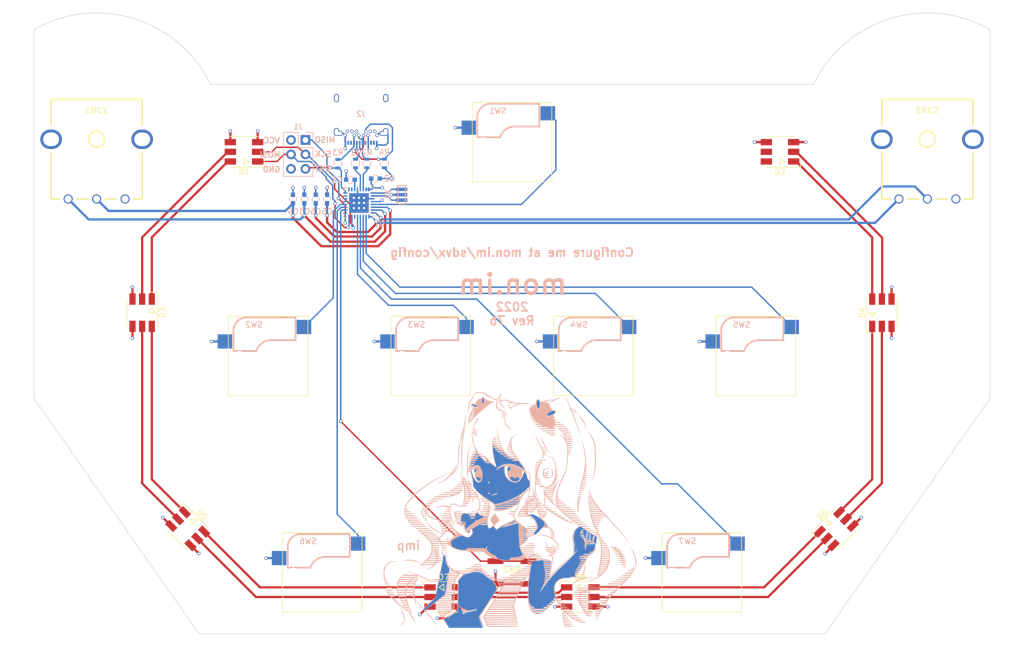
<source format=kicad_pcb>
(kicad_pcb (version 20211014) (generator pcbnew)
  (title_block (title "Pocket Voltex") (rev "7") (company "mon.im"))
  (layers (0 "F.Cu" signal) (1 "In1.Cu" power) (2 "In2.Cu" power) (31 "B.Cu" signal) (34 "B.Paste" user) (35 "F.Paste" user) (36 "B.SilkS" user "B.Silkscreen") (37 "F.SilkS" user "F.Silkscreen") (38 "B.Mask" user) (39 "F.Mask" user) (44 "Edge.Cuts" user))
  (net 0 "")
  (net 1 "Net-(C1-Pad2)")
  (net 2 "GND")
  (net 3 "VCC")
  (net 4 "/ENC1A")
  (net 5 "/ENC1B")
  (net 6 "/ENC2A")
  (net 7 "/ENC2B")
  (net 8 "/MOSI")
  (net 9 "/SCLK")
  (net 10 "Net-(D1-Pad5)")
  (net 11 "Net-(D1-Pad6)")
  (net 12 "Net-(D2-Pad1)")
  (net 13 "Net-(D2-Pad2)")
  (net 16 "Net-(D3-Pad5)")
  (net 17 "Net-(D3-Pad6)")
  (net 18 "Net-(D4-Pad1)")
  (net 19 "Net-(D4-Pad2)")
  (net 20 "Net-(D5-Pad5)")
  (net 21 "Net-(D5-Pad6)")
  (net 22 "Net-(D6-Pad1)")
  (net 23 "Net-(D6-Pad2)")
  (net 24 "Net-(D7-Pad5)")
  (net 25 "Net-(D7-Pad6)")
  (net 26 "/RESET")
  (net 27 "/MISO")
  (net 28 "Net-(J2-PadA5)")
  (net 29 "/D+")
  (net 30 "/D-")
  (net 33 "Net-(R1-Pad2)")
  (net 34 "Net-(R2-Pad1)")
  (net 35 "/SW_START")
  (net 36 "/SW_A")
  (net 37 "/SW_B")
  (net 38 "/SW_C")
  (net 39 "/SW_D")
  (net 40 "/SW_FXL")
  (net 41 "/SW_FXR")
  (net 42 "/SW_MACRO")
  (net 43 "Net-(U1-Pad1)")
  (net 44 "Net-(U1-Pad2)")
  (footprint "Pocket Voltex:Encoder_Bourns_PEC16" (layer "F.Cu") (at 82.2 65.5)
    (fp_text reference "ENC1")
    (fp_text value "VOL_L")
  )
  (footprint "Pocket Voltex:Encoder_Bourns_PEC16" (layer "F.Cu") (at 228.2 65.5)
    (fp_text reference "ENC2")
    (fp_text value "VOL_R")
  )
  (footprint "Pocket Voltex:SW_Cherry_MX1A_1.00u_PCB_Socket" (layer "F.Cu") (at 155.2 66 180)
    (fp_text reference "SW1")
    (fp_text value "MX socket")
  )
  (footprint "Pocket Voltex:SW_Cherry_MX1A_1.25u_PCB_Socket" (layer "F.Cu") (at 112.3375 103.592 180)
    (fp_text reference "SW2")
    (fp_text value "MX socket")
  )
  (footprint "Pocket Voltex:SW_Cherry_MX1A_1.25u_PCB_Socket" (layer "F.Cu") (at 140.9125 103.592 180)
    (fp_text reference "SW3")
    (fp_text value "MX socket")
  )
  (footprint "Pocket Voltex:SW_Cherry_MX1A_1.25u_PCB_Socket" (layer "F.Cu") (at 169.4875 103.592 180)
    (fp_text reference "SW4")
    (fp_text value "MX socket")
  )
  (footprint "Pocket Voltex:SW_Cherry_MX1A_1.25u_PCB_Socket" (layer "F.Cu") (at 198.0625 103.592 180)
    (fp_text reference "SW5")
    (fp_text value "MX socket")
  )
  (footprint "Pocket Voltex:SW_Cherry_MX1A_2.25u_PCB_Socket" (layer "F.Cu") (at 121.8625 141.692 180)
    (fp_text reference "SW6")
    (fp_text value "MX socket")
  )
  (footprint "Pocket Voltex:SW_Cherry_MX1A_2.25u_PCB_Socket" (layer "F.Cu") (at 188.5375 141.692 180)
    (fp_text reference "SW7")
    (fp_text value "MX socket")
  )
  (footprint "Mounting_Holes:MountingHole_3.2mm_M3" (layer "F.Cu") (at 102.468 148.792)
    (fp_text reference "")
    (fp_text value "MountingHole_3.2mm_M3")
  )
  (footprint "Mounting_Holes:MountingHole_3.2mm_M3" (layer "F.Cu") (at 207.932 148.792)
    (fp_text reference "")
    (fp_text value "MountingHole_3.2mm_M3")
  )
  (footprint "Mounting_Holes:MountingHole_3.2mm_M3" (layer "F.Cu") (at 74.7 81.5)
    (fp_text reference "")
    (fp_text value "MountingHole_3.2mm_M3")
  )
  (footprint "Mounting_Holes:MountingHole_3.2mm_M3" (layer "F.Cu") (at 74.7 49.5)
    (fp_text reference "")
    (fp_text value "MountingHole_3.2mm_M3")
  )
  (footprint "Mounting_Holes:MountingHole_3.2mm_M3" (layer "F.Cu") (at 117.8 59.35)
    (fp_text reference "")
    (fp_text value "MountingHole_3.2mm_M3")
  )
  (footprint "Mounting_Holes:MountingHole_3.2mm_M3" (layer "F.Cu") (at 235.7 81.5)
    (fp_text reference "")
    (fp_text value "MountingHole_3.2mm_M3")
  )
  (footprint "Mounting_Holes:MountingHole_3.2mm_M3" (layer "F.Cu") (at 235.7 49.5)
    (fp_text reference "")
    (fp_text value "MountingHole_3.2mm_M3")
  )
  (footprint "Mounting_Holes:MountingHole_3.2mm_M3" (layer "F.Cu") (at 192.6 59.35)
    (fp_text reference "")
    (fp_text value "MountingHole_3.2mm_M3")
  )
  (footprint "Pocket Voltex:VIA_0.4mm" (layer "F.Cu") (at 127.4 76.7)
    (fp_text reference "REF**" hide)
    (fp_text value "VIA_0.4mm" hide)
  )
  (footprint "Pocket Voltex:VIA_0.4mm" (layer "F.Cu") (at 128.3 76.7)
    (fp_text reference "REF**" hide)
    (fp_text value "VIA_0.4mm" hide)
  )
  (footprint "Pocket Voltex:VIA_0.4mm" (layer "F.Cu") (at 129.2 76.7)
    (fp_text reference "REF**" hide)
    (fp_text value "VIA_0.4mm" hide)
  )
  (footprint "Pocket Voltex:VIA_0.4mm" (layer "F.Cu") (at 129.2 75.8)
    (fp_text reference "REF**" hide)
    (fp_text value "VIA_0.4mm" hide)
  )
  (footprint "Pocket Voltex:VIA_0.4mm" (layer "F.Cu") (at 128.3 75.8)
    (fp_text reference "REF**" hide)
    (fp_text value "VIA_0.4mm" hide)
  )
  (footprint "Pocket Voltex:VIA_0.4mm" (layer "F.Cu") (at 127.4 75.8)
    (fp_text reference "REF**" hide)
    (fp_text value "VIA_0.4mm" hide)
  )
  (footprint "Pocket Voltex:VIA_0.4mm" (layer "F.Cu") (at 127.4 77.6)
    (fp_text reference "REF**" hide)
    (fp_text value "VIA_0.4mm" hide)
  )
  (footprint "Pocket Voltex:VIA_0.4mm" (layer "F.Cu") (at 128.3 77.6)
    (fp_text reference "REF**" hide)
    (fp_text value "VIA_0.4mm" hide)
  )
  (footprint "Pocket Voltex:VIA_0.4mm" (layer "F.Cu") (at 129.2 77.6)
    (fp_text reference "REF**" hide)
    (fp_text value "VIA_0.4mm" hide)
  )
  (footprint "Pocket Voltex:SW_SPST_KSC-J" (layer "F.Cu") (at 155.2 141.692 180)
    (fp_text reference "SW8")
    (fp_text value "SW_Push")
  )
  (footprint "Pocket Voltex:LED_SK9822" (layer "F.Cu") (at 108.1 67.7 180)
    (fp_text reference "D1")
    (fp_text value "SK9822")
  )
  (footprint "Pocket Voltex:LED_SK9822" (layer "F.Cu") (at 202.3 67.7 180)
    (fp_text reference "D2")
    (fp_text value "SK9822")
  )
  (footprint "Pocket Voltex:LED_SK9822" (layer "F.Cu") (at 90.2 96 -90)
    (fp_text reference "D3")
    (fp_text value "SK9822")
  )
  (footprint "Pocket Voltex:LED_SK9822" (layer "F.Cu") (at 220.2 96 90)
    (fp_text reference "D4")
    (fp_text value "SK9822")
  )
  (footprint "Pocket Voltex:LED_SK9822" (layer "F.Cu") (at 98.2 134 -45)
    (fp_text reference "D5")
    (fp_text value "SK9822")
  )
  (footprint "Pocket Voltex:LED_SK9822" (layer "F.Cu") (at 212.2 134 45)
    (fp_text reference "D6")
    (fp_text value "SK9822")
  )
  (footprint "Pocket Voltex:LED_SK9822" (layer "F.Cu") (at 143.2 146)
    (fp_text reference "D7")
    (fp_text value "SK9822")
  )
  (footprint "Pocket Voltex:LED_SK9822" (layer "F.Cu") (at 167.2 146)
    (fp_text reference "D8")
    (fp_text value "SK9822")
  )
  (footprint "Capacitors_SMD:C_0603" (layer "B.Cu") (at 126.8 72.6)
    (fp_text reference "C1")
    (fp_text value "1uF")
  )
  (footprint "Capacitors_SMD:C_0603" (layer "B.Cu") (at 131.2 72.4)
    (fp_text reference "C2")
    (fp_text value "10uF")
  )
  (footprint "Capacitors_SMD:C_0603" (layer "B.Cu") (at 118.7 76 90)
    (fp_text reference "C3")
    (fp_text value "10nF")
  )
  (footprint "Capacitors_SMD:C_0603" (layer "B.Cu") (at 116.7 76 -90)
    (fp_text reference "C4")
    (fp_text value "10nF")
  )
  (footprint "Capacitors_SMD:C_0603" (layer "B.Cu") (at 122.7 76 90)
    (fp_text reference "C5")
    (fp_text value "10nF")
  )
  (footprint "Capacitors_SMD:C_0603" (layer "B.Cu") (at 120.7 76 -90)
    (fp_text reference "C6")
    (fp_text value "10nF")
  )
  (footprint "Pocket Voltex:USB_C_Receptacle_UJ31-CH-31-SMT-TR" (layer "B.Cu") (at 128.68 66.11)
    (fp_text reference "J2")
    (fp_text value "USB_C_Receptacle")
  )
  (footprint "Resistors_SMD:R_0603" (layer "B.Cu") (at 127.7 69.75 -90)
    (fp_text reference "R1")
    (fp_text value "22R")
  )
  (footprint "Resistors_SMD:R_0603" (layer "B.Cu") (at 129.7 69.75 90)
    (fp_text reference "R2")
    (fp_text value "22R")
  )
  (footprint "Resistors_SMD:R_0603" (layer "B.Cu") (at 124.6 69.8 -90)
    (fp_text reference "R3")
    (fp_text value "10k")
  )
  (footprint "Housings_DFN_QFN:QFN-32-1EP_5x5mm_Pitch0.5mm" (layer "B.Cu") (at 128.3 76.7 180)
    (fp_text reference "U1")
    (fp_text value "ATMEGA16U2-AU")
  )
  (footprint "Pocket Voltex:murata-resonator_SMD_CSTCE16M0V53-R0" (layer "B.Cu") (at 135.8 75.25 -90)
    (fp_text reference "X1")
    (fp_text value "16MHz" hide)
  )
  (footprint "Pin_Headers:Pin_Header_Straight_2x03_Pitch2.54mm" (layer "B.Cu") (at 118.9 65.62 180)
    (fp_text reference "J1")
    (fp_text value "Programming header")
  )
  (footprint "Pocket Voltex:Rasis" (layer "B.Cu") (at 154.8 130.6 180)
    (fp_text reference "G***" hide)
    (fp_text value "LOGO" hide)
  )
  (footprint "Resistors_SMD:R_0603" (layer "B.Cu") (at 132.7658 69.7484 90)
    (fp_text reference "R4")
    (fp_text value "5.1k")
  )
  (gr_line (start 218.6989 45.4116) (end 217.7246 45.9019) (layer "Edge.Cuts") (width 0.1))
  (gr_line (start 222.8005 43.944) (end 221.7493 44.2349) (layer "Edge.Cuts") (width 0.1))
  (gr_line (start 95.4376 47.6511) (end 94.5459 47.0231) (layer "Edge.Cuts") (width 0.1))
  (gr_line (start 101.7981 55.0246) (end 101.2605 54.0756) (layer "Edge.Cuts") (width 0.1))
  (gr_line (start 233.5995 43.944) (end 232.5353 43.705) (layer "Edge.Cuts") (width 0.1))
  (gr_line (start 91.7011 45.4116) (end 90.704 44.9696) (layer "Edge.Cuts") (width 0.1))
  (gr_line (start 210.3511 52.2624) (end 209.7231 53.1541) (layer "Edge.Cuts") (width 0.1))
  (gr_line (start 71.2 46.1991) (end 71.2 111.0637) (layer "Edge.Cuts") (width 0.1))
  (gr_line (start 85.4607 43.5185) (end 84.3781 43.385) (layer "Edge.Cuts") (width 0.1))
  (gr_line (start 211.7346 50.5766) (end 211.0222 51.4025) (layer "Edge.Cuts") (width 0.1))
  (gr_line (start 229.2904 43.3048) (end 228.2 43.278) (layer "Edge.Cuts") (width 0.1))
  (gr_line (start 80.0219 43.385) (end 78.9394 43.5185) (layer "Edge.Cuts") (width 0.1))
  (gr_line (start 234.6507 44.2349) (end 233.5995 43.944) (layer "Edge.Cuts") (width 0.1))
  (gr_line (start 219.696 44.9696) (end 218.6989 45.4116) (layer "Edge.Cuts") (width 0.1))
  (gr_line (start 92.6754 45.9019) (end 91.7011 45.4116) (layer "Edge.Cuts") (width 0.1))
  (gr_line (start 214.1025 48.3222) (end 213.2766 49.0346) (layer "Edge.Cuts") (width 0.1))
  (gr_line (start 88.6507 44.2349) (end 87.5995 43.944) (layer "Edge.Cuts") (width 0.1))
  (gr_line (start 231.4606 43.5185) (end 230.3781 43.385) (layer "Edge.Cuts") (width 0.1))
  (gr_line (start 71.7246 45.9019) (end 71.2 46.1991) (layer "Edge.Cuts") (width 0.1))
  (gr_line (start 209.1395 54.0756) (end 208.6019 55.0246) (layer "Edge.Cuts") (width 0.1))
  (gr_line (start 216.7756 46.4396) (end 215.8541 47.0231) (layer "Edge.Cuts") (width 0.1))
  (gr_line (start 98.6654 50.5766) (end 97.9133 49.7867) (layer "Edge.Cuts") (width 0.1))
  (gr_line (start 97.1234 49.0346) (end 96.2975 48.3222) (layer "Edge.Cuts") (width 0.1))
  (gr_line (start 215.8541 47.0231) (end 214.9624 47.6511) (layer "Edge.Cuts") (width 0.1))
  (gr_line (start 84.3781 43.385) (end 83.2904 43.3048) (layer "Edge.Cuts") (width 0.1))
  (gr_line (start 210.2 152.48) (end 239.2 111.0637) (layer "Edge.Cuts") (width 0.1))
  (gr_line (start 89.6864 44.577) (end 88.6507 44.2349) (layer "Edge.Cuts") (width 0.1))
  (gr_line (start 232.5353 43.705) (end 231.4606 43.5185) (layer "Edge.Cuts") (width 0.1))
  (gr_line (start 213.2766 49.0346) (end 212.4867 49.7867) (layer "Edge.Cuts") (width 0.1))
  (gr_line (start 211.0222 51.4025) (end 210.3511 52.2624) (layer "Edge.Cuts") (width 0.1))
  (gr_line (start 71.2 111.0637) (end 100.2 152.48) (layer "Edge.Cuts") (width 0.1))
  (gr_line (start 74.7136 44.577) (end 73.696 44.9696) (layer "Edge.Cuts") (width 0.1))
  (gr_line (start 223.8647 43.705) (end 222.8005 43.944) (layer "Edge.Cuts") (width 0.1))
  (gr_line (start 90.704 44.9696) (end 89.6864 44.577) (layer "Edge.Cuts") (width 0.1))
  (gr_line (start 97.9133 49.7867) (end 97.1234 49.0346) (layer "Edge.Cuts") (width 0.1))
  (gr_line (start 86.5353 43.705) (end 85.4607 43.5185) (layer "Edge.Cuts") (width 0.1))
  (gr_line (start 235.6864 44.577) (end 234.6507 44.2349) (layer "Edge.Cuts") (width 0.1))
  (gr_line (start 100.6769 53.1541) (end 100.0489 52.2624) (layer "Edge.Cuts") (width 0.1))
  (gr_line (start 217.7246 45.9019) (end 216.7756 46.4396) (layer "Edge.Cuts") (width 0.1))
  (gr_line (start 87.5995 43.944) (end 86.5353 43.705) (layer "Edge.Cuts") (width 0.1))
  (gr_line (start 227.1096 43.3048) (end 226.0219 43.385) (layer "Edge.Cuts") (width 0.1))
  (gr_line (start 94.5459 47.0231) (end 93.6244 46.4396) (layer "Edge.Cuts") (width 0.1))
  (gr_line (start 82.2 43.278) (end 81.1096 43.3048) (layer "Edge.Cuts") (width 0.1))
  (gr_line (start 99.3778 51.4025) (end 98.6654 50.5766) (layer "Edge.Cuts") (width 0.1))
  (gr_line (start 214.9624 47.6511) (end 214.1025 48.3222) (layer "Edge.Cuts") (width 0.1))
  (gr_line (start 78.9394 43.5185) (end 77.8647 43.705) (layer "Edge.Cuts") (width 0.1))
  (gr_line (start 77.8647 43.705) (end 76.8005 43.944) (layer "Edge.Cuts") (width 0.1))
  (gr_line (start 96.2975 48.3222) (end 95.4376 47.6511) (layer "Edge.Cuts") (width 0.1))
  (gr_line (start 75.7493 44.2349) (end 74.7136 44.577) (layer "Edge.Cuts") (width 0.1))
  (gr_line (start 228.2 43.278) (end 227.1096 43.3048) (layer "Edge.Cuts") (width 0.1))
  (gr_line (start 102.2085 55.84) (end 101.7981 55.0246) (layer "Edge.Cuts") (width 0.1))
  (gr_line (start 101.2605 54.0756) (end 100.6769 53.1541) (layer "Edge.Cuts") (width 0.1))
  (gr_line (start 239.2 111.0637) (end 239.2 46.1991) (layer "Edge.Cuts") (width 0.1))
  (gr_line (start 220.7136 44.577) (end 219.696 44.9696) (layer "Edge.Cuts") (width 0.1))
  (gr_line (start 208.6019 55.0246) (end 208.1915 55.84) (layer "Edge.Cuts") (width 0.1))
  (gr_line (start 237.7011 45.4116) (end 236.704 44.9696) (layer "Edge.Cuts") (width 0.1))
  (gr_line (start 224.9393 43.5185) (end 223.8647 43.705) (layer "Edge.Cuts") (width 0.1))
  (gr_line (start 238.6754 45.9019) (end 237.7011 45.4116) (layer "Edge.Cuts") (width 0.1))
  (gr_line (start 73.696 44.9696) (end 72.6989 45.4116) (layer "Edge.Cuts") (width 0.1))
  (gr_line (start 81.1096 43.3048) (end 80.0219 43.385) (layer "Edge.Cuts") (width 0.1))
  (gr_line (start 209.7231 53.1541) (end 209.1395 54.0756) (layer "Edge.Cuts") (width 0.1))
  (gr_line (start 76.8005 43.944) (end 75.7493 44.2349) (layer "Edge.Cuts") (width 0.1))
  (gr_line (start 100.0489 52.2624) (end 99.3778 51.4025) (layer "Edge.Cuts") (width 0.1))
  (gr_line (start 72.6989 45.4116) (end 71.7246 45.9019) (layer "Edge.Cuts") (width 0.1))
  (gr_line (start 236.704 44.9696) (end 235.6864 44.577) (layer "Edge.Cuts") (width 0.1))
  (gr_line (start 221.7493 44.2349) (end 220.7136 44.577) (layer "Edge.Cuts") (width 0.1))
  (gr_line (start 208.1915 55.84) (end 102.2085 55.84) (layer "Edge.Cuts") (width 0.1))
  (gr_line (start 239.2 46.1991) (end 238.6754 45.9019) (layer "Edge.Cuts") (width 0.1))
  (gr_line (start 100.2 152.48) (end 210.2 152.48) (layer "Edge.Cuts") (width 0.1))
  (gr_line (start 230.3781 43.385) (end 229.2904 43.3048) (layer "Edge.Cuts") (width 0.1))
  (gr_line (start 212.4867 49.7867) (end 211.7346 50.5766) (layer "Edge.Cuts") (width 0.1))
  (gr_line (start 83.2904 43.3048) (end 82.2 43.278) (layer "Edge.Cuts") (width 0.1))
  (gr_line (start 226.0219 43.385) (end 224.9393 43.5185) (layer "Edge.Cuts") (width 0.1))
  (gr_line (start 93.6244 46.4396) (end 92.6754 45.9019) (layer "Edge.Cuts") (width 0.1))
  (gr_text "VCC" (at 114.5 65.7) (layer "B.SilkS") (effects (font (size 1 1) (thickness 0.2)) (justify left mirror)))
  (gr_text "Configure me at mon.im/sdvx/config" (at 155.2 85.4) (layer "B.SilkS") (effects (font (size 1.5 1.5) (thickness 0.3)) (justify mirror)))
  (gr_text "RST" (at 120.4 70.7) (layer "B.SilkS") (effects (font (size 1 1) (thickness 0.2)) (justify right mirror)))
  (gr_text "2022\nRev 7b" (at 155.2 96.2) (layer "B.SilkS") (effects (font (size 1.5 1.5) (thickness 0.3)) (justify mirror)))
  (gr_text "mon.im" (at 155.3 91) (layer "B.SilkS") (effects (font (size 3.5 3.5) (thickness 0.6)) (justify mirror)))
  (gr_text "GND" (at 114.6 70.8) (layer "B.SilkS") (effects (font (size 1 1) (thickness 0.2)) (justify left mirror)))
  (gr_text "MOSI" (at 114.6 68.2) (layer "B.SilkS") (effects (font (size 1 1) (thickness 0.2)) (justify left mirror)))
  (gr_text "SCK" (at 120.4 68.1) (layer "B.SilkS") (effects (font (size 1 1) (thickness 0.2)) (justify right mirror)))
  (gr_text "MISO" (at 120.4 65.6) (layer "B.SilkS") (effects (font (size 1 1) (thickness 0.2)) (justify right mirror)))
  (segment (start 127.55 72.6) (end 127.55 74.3) (width 0.25) (layer "B.Cu") (net 1))
  (segment (start 88.5 93.6) (end 88.5 91.5) (width 0.4) (layer "F.Cu") (net 2))
  (segment (start 204.7 66) (end 206.8 66) (width 0.4) (layer "F.Cu") (net 2))
  (segment (start 125.88 64.8) (end 125.88 67.1) (width 0.25) (layer "F.Cu") (net 2))
  (segment (start 132.76 64.45) (end 133.01 64.2) (width 0.25) (layer "F.Cu") (net 2))
  (segment (start 95.300862 133.500862) (end 93.825 132.025) (width 0.4) (layer "F.Cu") (net 2))
  (segment (start 152.3 143.692) (end 152.3 141.5) (width 0.4) (layer "F.Cu") (net 2))
  (segment (start 124.6 64.45) (end 124.35 64.2) (width 0.25) (layer "F.Cu") (net 2))
  (segment (start 211.705025 136.899138) (end 211.700862 136.899138) (width 0.25) (layer "F.Cu") (net 2))
  (segment (start 95.300862 133.505025) (end 95.300862 133.500862) (width 0.25) (layer "F.Cu") (net 2))
  (segment (start 110.5 66) (end 110.5 64.125) (width 0.4) (layer "F.Cu") (net 2))
  (segment (start 158.1 143.692) (end 152.3 143.692) (width 0.4) (layer "F.Cu") (net 2))
  (segment (start 132.685 64.45) (end 132.76 64.45) (width 0.25) (layer "F.Cu") (net 2))
  (segment (start 211.700862 136.899138) (end 210.225 138.375) (width 0.4) (layer "F.Cu") (net 2))
  (segment (start 164.8 147.7) (end 162.725 147.7) (width 0.4) (layer "F.Cu") (net 2))
  (segment (start 140.4 147.7) (end 139.025 149.075) (width 0.4) (layer "F.Cu") (net 2))
  (segment (start 124.675 64.45) (end 124.6 64.45) (width 0.25) (layer "F.Cu") (net 2))
  (segment (start 140.8 147.7) (end 140.4 147.7) (width 0.4) (layer "F.Cu") (net 2))
  (segment (start 221.9 98.4) (end 221.9 100.475) (width 0.4) (layer "F.Cu") (net 2))
  (via (at 93.825 132.025) (size 0.6) (drill 0.4) (layers "F.Cu" "B.Cu") (net 2))
  (via (at 188.15 101.05) (size 0.6) (drill 0.4) (layers "F.Cu" "B.Cu") (net 2))
  (via (at 178.65 139.15) (size 0.6) (drill 0.4) (layers "F.Cu" "B.Cu") (net 2))
  (via (at 88.5 91.5) (size 0.6) (drill 0.4) (layers "F.Cu" "B.Cu") (net 2))
  (via (at 131.4 67.1) (size 0.6) (drill 0.4) (layers "F.Cu" "B.Cu") (net 2))
  (via (at 116.7 74) (size 0.6) (drill 0.4) (layers "F.Cu" "B.Cu") (net 2))
  (via (at 210.225 138.375) (size 0.6) (drill 0.4) (layers "F.Cu" "B.Cu") (net 2))
  (via (at 122.7 74) (size 0.6) (drill 0.4) (layers "F.Cu" "B.Cu") (net 2))
  (via (at 111.975 139.15) (size 0.6) (drill 0.4) (layers "F.Cu" "B.Cu") (net 2))
  (via (at 118.7 74) (size 0.6) (drill 0.4) (layers "F.Cu" "B.Cu") (net 2))
  (via (at 134 75.25) (size 0.6) (drill 0.4) (layers "F.Cu" "B.Cu") (net 2))
  (via (at 139.025 149.075) (size 0.6) (drill 0.4) (layers "F.Cu" "B.Cu") (net 2))
  (via (at 145.275 63.46) (size 0.6) (drill 0.4) (layers "F.Cu" "B.Cu") (net 2))
  (via (at 131 101.05) (size 0.6) (drill 0.4) (layers "F.Cu" "B.Cu") (net 2))
  (via (at 152.3 141.5) (size 0.6) (drill 0.4) (layers "F.Cu" "B.Cu") (net 2))
  (via (at 221.9 100.475) (size 0.6) (drill 0.4) (layers "F.Cu" "B.Cu") (net 2))
  (via (at 134 72.4) (size 0.6) (drill 0.4) (layers "F.Cu" "B.Cu") (net 2))
  (via (at 110.5 64.075) (size 0.6) (drill 0.4) (layers "F.Cu" "B.Cu") (net 2))
  (via (at 162.725 147.7) (size 0.6) (drill 0.4) (layers "F.Cu" "B.Cu") (net 2))
  (via (at 206.8 66) (size 0.6) (drill 0.4) (layers "F.Cu" "B.Cu") (net 2))
  (via (at 125.88 67.1) (size 0.6) (drill 0.4) (layers "F.Cu" "B.Cu") (net 2))
  (via (at 102.4 101.05) (size 0.6) (drill 0.4) (layers "F.Cu" "B.Cu") (net 2))
  (via (at 159.575 101.05) (size 0.6) (drill 0.4) (layers "F.Cu" "B.Cu") (net 2))
  (via (at 120.7 74) (size 0.6) (drill 0.4) (layers "F.Cu" "B.Cu") (net 2))
  (via (at 126.05 71.1) (size 0.6) (drill 0.4) (layers "F.Cu" "B.Cu") (net 2))
  (segment (start 120.7 75.25) (end 120.7 74) (width 0.25) (layer "B.Cu") (net 2))
  (segment (start 116.7 75.25) (end 116.7 74) (width 0.25) (layer "B.Cu") (net 2))
  (segment (start 159.575 101.05) (end 159.452 101.052) (width 0.25) (layer "B.Cu") (net 2))
  (segment (start 112.052 139.152) (end 114.2625 139.152) (width 0.4) (layer "B.Cu") (net 2))
  (segment (start 133.4 64.59) (end 133.01 64.2) (width 0.25) (layer "B.Cu") (net 2))
  (segment (start 131.48 64.8) (end 131.83 64.45) (width 0.25) (layer "B.Cu") (net 2))
  (segment (start 131.95 72.4) (end 134 72.4) (width 0.25) (layer "B.Cu") (net 2))
  (segment (start 159.575 101.05) (end 161.8875 101.052) (width 0.4) (layer "B.Cu") (net 2))
  (segment (start 125.93 66.11) (end 125.93 67.05) (width 0.25) (layer "B.Cu") (net 2))
  (segment (start 134 71.8076) (end 132.7658 70.5734) (width 0.25) (layer "B.Cu") (net 2))
  (segment (start 128.05 75.225) (end 127.4375 75.8375) (width 0.25) (layer "B.Cu") (net 2))
  (segment (start 178.65 139.15) (end 178.802 139.152) (width 0.25) (layer "B.Cu") (net 2))
  (segment (start 133.4 66.1) (end 133.4 64.59) (width 0.25) (layer "B.Cu") (net 2))
  (segment (start 134 72.4) (end 134 71.8076) (width 0.25) (layer "B.Cu") (net 2))
  (segment (start 127.4 76.7) (end 127.4 77.6) (width 0.25) (layer "B.Cu") (net 2))
  (segment (start 188.227 101.052) (end 190.4625 101.052) (width 0.4) (layer "B.Cu") (net 2))
  (segment (start 128.05 74.3) (end 128.05 75.55) (width 0.25) (layer "B.Cu") (net 2))
  (segment (start 133 66.5) (end 133.4 66.1) (width 0.25) (layer "B.Cu") (net 2))
  (segment (start 122.7 75.25) (end 122.7 74) (width 0.25) (layer "B.Cu") (net 2))
  (segment (start 131.43 67.07) (end 131.4 67.1) (width 0.25) (layer "B.Cu") (net 2))
  (segment (start 128.05 74.3) (end 128.05 75.225) (width 0.25) (layer "B.Cu") (net 2))
  (segment (start 131.83 64.45) (end 132.685 64.45) (width 0.25) (layer "B.Cu") (net 2))
  (segment (start 188.15 101.05) (end 188.227 101.052) (width 0.25) (layer "B.Cu") (net 2))
  (segment (start 111.975 139.15) (end 112.052 139.152) (width 0.25) (layer "B.Cu") (net 2))
  (segment (start 131.43 66.11) (end 131.43 67.07) (width 0.25) (layer "B.Cu") (net 2))
  (segment (start 102.4 101.052) (end 104.7375 101.052) (width 0.4) (layer "B.Cu") (net 2))
  (segment (start 125.93 64.85) (end 125.88 64.8) (width 0.25) (layer "B.Cu") (net 2))
  (segment (start 125.93 67.05) (end 125.88 67.1) (width 0.25) (layer "B.Cu") (net 2))
  (segment (start 126.05 71.1) (end 126.05 72.6) (width 0.25) (layer "B.Cu") (net 2))
  (segment (start 131 101.05) (end 133.3125 101.052) (width 0.4) (layer "B.Cu") (net 2))
  (segment (start 118.7 75.25) (end 118.7 74) (width 0.25) (layer "B.Cu") (net 2))
  (segment (start 129.35 75.95) (end 129.2 75.8) (width 0.25) (layer "B.Cu") (net 2))
  (segment (start 135.8 75.25) (end 134 75.25) (width 0.4) (layer "B.Cu") (net 2))
  (segment (start 125.93 66.11) (end 125.93 64.85) (width 0.25) (layer "B.Cu") (net 2))
  (segment (start 129.275 75.95) (end 129.1625 75.8375) (width 0.25) (layer "B.Cu") (net 2))
  (segment (start 178.802 139.152) (end 180.9375 139.152) (width 0.4) (layer "B.Cu") (net 2))
  (segment (start 131.43 66.11) (end 131.43 66.3) (width 0.25) (layer "B.Cu") (net 2))
  (segment (start 102.4 101.05) (end 102.4 101.052) (width 0.25) (layer "B.Cu") (net 2))
  (segment (start 147.6 63.46) (end 145.275 63.46) (width 0.4) (layer "B.Cu") (net 2))
  (segment (start 131.63 66.5) (end 133 66.5) (width 0.25) (layer "B.Cu") (net 2))
  (segment (start 125.88 64.8) (end 125.53 64.45) (width 0.25) (layer "B.Cu") (net 2))
  (segment (start 128.05 75.55) (end 128.3 75.8) (width 0.25) (layer "B.Cu") (net 2))
  (segment (start 131.43 66.3) (end 131.63 66.5) (width 0.25) (layer "B.Cu") (net 2))
  (segment (start 130.7 75.95) (end 129.35 75.95) (width 0.25) (layer "B.Cu") (net 2))
  (segment (start 125.53 64.45) (end 124.675 64.45) (width 0.25) (layer "B.Cu") (net 2))
  (segment (start 130.7 75.95) (end 129.275 75.95) (width 0.25) (layer "B.Cu") (net 2))
  (segment (start 98.699138 136.899138) (end 98.694975 136.899138) (width 0.4) (layer "F.Cu") (net 3))
  (segment (start 145.6 148.65) (end 145.6 147.7) (width 0.4) (layer "F.Cu") (net 3))
  (segment (start 199.9 66) (end 197.825 66) (width 0.4) (layer "F.Cu") (net 3))
  (segment (start 169.6 147.7) (end 172 147.7) (width 0.4) (layer "F.Cu") (net 3))
  (segment (start 105.7 66) (end 105.7 64.075) (width 0.4) (layer "F.Cu") (net 3))
  (segment (start 142.05 149.75) (end 144.5 149.75) (width 0.4) (layer "F.Cu") (net 3))
  (segment (start 221.9 93.6) (end 221.9 91.525) (width 0.4) (layer "F.Cu") (net 3))
  (segment (start 215.099138 133.500862) (end 215.099138 133.505025) (width 0.4) (layer "F.Cu") (net 3))
  (segment (start 216.575 132.025) (end 215.099138 133.500862) (width 0.4) (layer "F.Cu") (net 3))
  (segment (start 144.5 149.75) (end 145.6 148.65) (width 0.4) (layer "F.Cu") (net 3))
  (segment (start 100.15 138.35) (end 98.699138 136.899138) (width 0.4) (layer "F.Cu") (net 3))
  (segment (start 88.5 98.4) (end 88.5 100.475) (width 0.4) (layer "F.Cu") (net 3))
  (via (at 142.05 149.75) (size 0.6) (drill 0.4) (layers "F.Cu" "B.Cu") (net 3))
  (via (at 197.825 66) (size 0.6) (drill 0.4) (layers "F.Cu" "B.Cu") (net 3))
  (via (at 100.15 138.35) (size 0.6) (drill 0.4) (layers "F.Cu" "B.Cu") (net 3))
  (via (at 216.575 132.025) (size 0.6) (drill 0.4) (layers "F.Cu" "B.Cu") (net 3))
  (via (at 105.7 64.075) (size 0.6) (drill 0.4) (layers "F.Cu" "B.Cu") (net 3))
  (via (at 88.5 100.475) (size 0.6) (drill 0.4) (layers "F.Cu" "B.Cu") (net 3))
  (via (at 132.4 74) (size 0.6) (drill 0.4) (layers "F.Cu" "B.Cu") (net 3))
  (via (at 172 147.7) (size 0.6) (drill 0.4) (layers "F.Cu" "B.Cu") (net 3))
  (via (at 132.4 76.2) (size 0.6) (drill 0.4) (layers "F.Cu" "B.Cu") (net 3))
  (via (at 221.9 91.525) (size 0.6) (drill 0.4) (layers "F.Cu" "B.Cu") (net 3))
  (segment (start 130.05 74.3) (end 130.5256 74.3) (width 0.25) (layer "B.Cu") (net 3))
  (segment (start 129.93 66.11) (end 129.93 64.85) (width 0.25) (layer "B.Cu") (net 3))
  (segment (start 129.55 74.3) (end 130.05 74.3) (width 0.25) (layer "B.Cu") (net 3))
  (segment (start 130.45 73.3508) (end 130.7338 73.6346) (width 0.25) (layer "B.Cu") (net 3))
  (segment (start 127.43 66.8038) (end 127.43 66.11) (width 0.25) (layer "B.Cu") (net 3))
  (segment (start 130.45 72.4) (end 130.45 73.3508) (width 0.25) (layer "B.Cu") (net 3))
  (segment (start 125.1838 69.05) (end 127.43 66.8038) (width 0.25) (layer "B.Cu") (net 3))
  (segment (start 130.7846 74.041) (end 132.359 74.041) (width 0.25) (layer "B.Cu") (net 3))
  (segment (start 130.7338 73.9902) (end 130.7846 74.041) (width 0.25) (layer "B.Cu") (net 3))
  (segment (start 130.7 76.45) (end 132.15 76.45) (width 0.25) (layer "B.Cu") (net 3))
  (segment (start 127.43 64.85) (end 127.48 64.8) (width 0.25) (layer "B.Cu") (net 3))
  (segment (start 132.359 74.041) (end 132.4 74) (width 0.25) (layer "B.Cu") (net 3))
  (segment (start 129.93 64.85) (end 129.88 64.8) (width 0.25) (layer "B.Cu") (net 3))
  (segment (start 132.15 76.45) (end 132.4 76.2) (width 0.25) (layer "B.Cu") (net 3))
  (segment (start 129.93 66.11) (end 129.93 67.47) (width 0.25) (layer "B.Cu") (net 3))
  (segment (start 127.43 66.11) (end 127.43 64.85) (width 0.25) (layer "B.Cu") (net 3))
  (segment (start 124.6 69.05) (end 125.1838 69.05) (width 0.25) (layer "B.Cu") (net 3))
  (segment (start 130.5256 74.3) (end 130.7846 74.041) (width 0.25) (layer "B.Cu") (net 3))
  (segment (start 130.7338 73.6346) (end 130.7338 73.9902) (width 0.25) (layer "B.Cu") (net 3))
  (segment (start 131.1 83.5) (end 132.9 81.7) (width 0.4) (layer "F.Cu") (net 4))
  (segment (start 118.7 78.9) (end 123.3 83.5) (width 0.4) (layer "F.Cu") (net 4))
  (segment (start 132.9 81.7) (end 132.9 78.6) (width 0.4) (layer "F.Cu") (net 4))
  (segment (start 123.3 83.5) (end 131.1 83.5) (width 0.4) (layer "F.Cu") (net 4))
  (via (at 132.9 78.6) (size 0.6) (drill 0.4) (layers "F.Cu" "B.Cu") (net 4))
  (via (at 118.7 78.9) (size 0.6) (drill 0.4) (layers "F.Cu" "B.Cu") (net 4))
  (segment (start 132.25 77.95) (end 132.9 78.6) (width 0.25) (layer "B.Cu") (net 4))
  (segment (start 117.999999 79.600001) (end 118.400001 79.199999) (width 0.4) (layer "B.Cu") (net 4))
  (segment (start 118.400001 79.199999) (end 118.7 78.9) (width 0.4) (layer "B.Cu") (net 4))
  (segment (start 118.7 76.75) (end 118.7 76.775) (width 0.4) (layer "B.Cu") (net 4))
  (segment (start 80.800001 79.600001) (end 117.999999 79.600001) (width 0.4) (layer "B.Cu") (net 4))
  (segment (start 130.7 77.95) (end 132.25 77.95) (width 0.25) (layer "B.Cu") (net 4))
  (segment (start 118.7 76.75) (end 118.7 78.9) (width 0.4) (layer "B.Cu") (net 4))
  (segment (start 77.2 76) (end 80.800001 79.600001) (width 0.4) (layer "B.Cu") (net 4))
  (segment (start 116.7 79.324264) (end 121.675736 84.3) (width 0.4) (layer "F.Cu") (net 5))
  (segment (start 133.8 82.2) (end 133.8 78) (width 0.4) (layer "F.Cu") (net 5))
  (segment (start 121.675736 84.3) (end 131.7 84.3) (width 0.4) (layer "F.Cu") (net 5))
  (segment (start 131.7 84.3) (end 133.8 82.2) (width 0.4) (layer "F.Cu") (net 5))
  (segment (start 116.7 78.9) (end 116.7 79.324264) (width 0.4) (layer "F.Cu") (net 5))
  (via (at 116.7 78.9) (size 0.6) (drill 0.4) (layers "F.Cu" "B.Cu") (net 5))
  (via (at 133.8 78) (size 0.6) (drill 0.4) (layers "F.Cu" "B.Cu") (net 5))
  (segment (start 84.3 78.1) (end 82.2 76) (width 0.4) (layer "B.Cu") (net 5))
  (segment (start 130.7 77.45) (end 133.25 77.45) (width 0.25) (layer "B.Cu") (net 5))
  (segment (start 116.7 76.775) (end 115.375 78.1) (width 0.4) (layer "B.Cu") (net 5))
  (segment (start 116.7 76.75) (end 116.7 78.9) (width 0.4) (layer "B.Cu") (net 5))
  (segment (start 133.25 77.45) (end 133.8 78) (width 0.25) (layer "B.Cu") (net 5))
  (segment (start 116.7 76.75) (end 116.7 76.725) (width 0.4) (layer "B.Cu") (net 5))
  (segment (start 116.7 76.75) (end 116.7 76.775) (width 0.4) (layer "B.Cu") (net 5))
  (segment (start 115.375 78.1) (end 84.3 78.1) (width 0.4) (layer "B.Cu") (net 5))
  (segment (start 129.899999 81.800001) (end 131.3 80.4) (width 0.4) (layer "F.Cu") (net 6))
  (segment (start 122.7 80.1) (end 124.400001 81.800001) (width 0.4) (layer "F.Cu") (net 6))
  (segment (start 122.7 78.9) (end 122.7 80.1) (width 0.4) (layer "F.Cu") (net 6))
  (segment (start 131.3 80.4) (end 131.3 79.9) (width 0.4) (layer "F.Cu") (net 6))
  (segment (start 124.400001 81.800001) (end 129.899999 81.800001) (width 0.4) (layer "F.Cu") (net 6))
  (via (at 122.7 78.9) (size 0.6) (drill 0.4) (layers "F.Cu" "B.Cu") (net 6))
  (via (at 131.3 79.9) (size 0.6) (drill 0.4) (layers "F.Cu" "B.Cu") (net 6))
  (segment (start 222.400001 76.799999) (end 223.2 76) (width 0.4) (layer "B.Cu") (net 6))
  (segment (start 131.3 79.9) (end 131.599999 80.199999) (width 0.4) (layer "B.Cu") (net 6))
  (segment (start 219.000001 80.199999) (end 222.400001 76.799999) (width 0.4) (layer "B.Cu") (net 6))
  (segment (start 131.599999 80.199999) (end 219.000001 80.199999) (width 0.4) (layer "B.Cu") (net 6))
  (segment (start 130.05 79.1) (end 130.5 79.1) (width 0.25) (layer "B.Cu") (net 6))
  (segment (start 130.5 79.1) (end 131.3 79.9) (width 0.25) (layer "B.Cu") (net 6))
  (segment (start 122.7 76.75) (end 122.7 78.9) (width 0.4) (layer "B.Cu") (net 6))
  (segment (start 120.7 79.324264) (end 123.975736 82.6) (width 0.4) (layer "F.Cu") (net 7))
  (segment (start 123.975736 82.6) (end 130.6 82.6) (width 0.4) (layer "F.Cu") (net 7))
  (segment (start 120.7 78.9) (end 120.7 79.324264) (width 0.4) (layer "F.Cu") (net 7))
  (segment (start 132.1 81.1) (end 132.1 79.3) (width 0.4) (layer "F.Cu") (net 7))
  (segment (start 130.6 82.6) (end 132.1 81.1) (width 0.4) (layer "F.Cu") (net 7))
  (via (at 132.1 79.3) (size 0.6) (drill 0.4) (layers "F.Cu" "B.Cu") (net 7))
  (via (at 120.7 78.9) (size 0.6) (drill 0.4) (layers "F.Cu" "B.Cu") (net 7))
  (segment (start 130.7 78.45) (end 131.25 78.45) (width 0.25) (layer "B.Cu") (net 7))
  (segment (start 220.2 73.8) (end 226 73.8) (width 0.4) (layer "B.Cu") (net 7))
  (segment (start 120.7 76.75) (end 120.7 78.9) (width 0.4) (layer "B.Cu") (net 7))
  (segment (start 132.399999 79.599999) (end 132.1 79.3) (width 0.4) (layer "B.Cu") (net 7))
  (segment (start 214.400001 79.599999) (end 220.2 73.8) (width 0.4) (layer "B.Cu") (net 7))
  (segment (start 226 73.8) (end 228.2 76) (width 0.4) (layer "B.Cu") (net 7))
  (segment (start 131.25 78.45) (end 132.1 79.3) (width 0.25) (layer "B.Cu") (net 7))
  (segment (start 214.400001 79.599999) (end 132.399999 79.599999) (width 0.4) (layer "B.Cu") (net 7))
  (segment (start 113.917919 69.4) (end 111.75 69.4) (width 0.25) (layer "F.Cu") (net 8))
  (segment (start 125.774998 81) (end 125.975736 81) (width 0.25) (layer "F.Cu") (net 8))
  (segment (start 124.1 79.325002) (end 125.774998 81) (width 0.25) (layer "F.Cu") (net 8))
  (segment (start 111.75 69.4) (end 110.5 69.4) (width 0.25) (layer "F.Cu") (net 8))
  (segment (start 115.157919 68.16) (end 113.917919 69.4) (width 0.25) (layer "F.Cu") (net 8))
  (segment (start 124.1 76.8) (end 124.1 79.325002) (width 0.25) (layer "F.Cu") (net 8))
  (segment (start 116.36 68.16) (end 115.157919 68.16) (width 0.25) (layer "F.Cu") (net 8))
  (segment (start 125.975736 81) (end 126.4 81) (width 0.25) (layer "F.Cu") (net 8))
  (via (at 126.4 81) (size 0.6) (drill 0.4) (layers "F.Cu" "B.Cu") (net 8))
  (via (at 124.1 76.8) (size 0.6) (drill 0.4) (layers "F.Cu" "B.Cu") (net 8))
  (segment (start 123.7 73.608886) (end 123.7 75.975736) (width 0.25) (layer "B.Cu") (net 8))
  (segment (start 126.55 80.85) (end 126.4 81) (width 0.25) (layer "B.Cu") (net 8))
  (segment (start 117.6 69.4) (end 119.8 69.4) (width 0.25) (layer "B.Cu") (net 8))
  (segment (start 124.1 76.375736) (end 123.7 75.975736) (width 0.25) (layer "B.Cu") (net 8))
  (segment (start 126.55 79.1) (end 126.55 80.85) (width 0.25) (layer "B.Cu") (net 8))
  (segment (start 122.55 72.15) (end 122.55 72.458886) (width 0.25) (layer "B.Cu") (net 8))
  (segment (start 122.55 72.458886) (end 123.7 73.608886) (width 0.25) (layer "B.Cu") (net 8))
  (segment (start 124.1 76.8) (end 124.1 76.375736) (width 0.25) (layer "B.Cu") (net 8))
  (segment (start 119.8 69.4) (end 122.55 72.15) (width 0.25) (layer "B.Cu") (net 8))
  (segment (start 116.36 68.16) (end 117.6 69.4) (width 0.25) (layer "B.Cu") (net 8))
  (segment (start 113.8 66.9) (end 113 67.7) (width 0.25) (layer "F.Cu") (net 9))
  (segment (start 126.774999 80.150735) (end 127.3 80.675736) (width 0.25) (layer "F.Cu") (net 9))
  (segment (start 124.020553 73.004437) (end 124.020553 74.245555) (width 0.25) (layer "F.Cu") (net 9))
  (segment (start 118.9 68.16) (end 117.64 66.9) (width 0.25) (layer "F.Cu") (net 9))
  (segment (start 124.020553 74.245555) (end 126.774999 77.000001) (width 0.25) (layer "F.Cu") (net 9))
  (segment (start 113 67.7) (end 110.5 67.7) (width 0.25) (layer "F.Cu") (net 9))
  (segment (start 126.774999 77.000001) (end 126.774999 80.150735) (width 0.25) (layer "F.Cu") (net 9))
  (segment (start 117.64 66.9) (end 113.8 66.9) (width 0.25) (layer "F.Cu") (net 9))
  (segment (start 127.3 80.675736) (end 127.3 81.1) (width 0.25) (layer "F.Cu") (net 9))
  (via (at 127.3 81.1) (size 0.6) (drill 0.4) (layers "F.Cu" "B.Cu") (net 9))
  (via (at 124.020553 73.004437) (size 0.6) (drill 0.4) (layers "F.Cu" "B.Cu") (net 9))
  (segment (start 127.3 80.974998) (end 127.3 81.1) (width 0.25) (layer "B.Cu") (net 9))
  (segment (start 119.19641 68.16) (end 124.020553 72.984143) (width 0.25) (layer "B.Cu") (net 9))
  (segment (start 127.05 80.724998) (end 127.3 80.974998) (width 0.25) (layer "B.Cu") (net 9))
  (segment (start 118.9 68.16) (end 119.19641 68.16) (width 0.25) (layer "B.Cu") (net 9))
  (segment (start 127.05 79.1) (end 127.05 80.724998) (width 0.25) (layer "B.Cu") (net 9))
  (segment (start 124.020553 72.984143) (end 124.020553 73.004437) (width 0.25) (layer "B.Cu") (net 9))
  (segment (start 105.7 67.7) (end 105.25 67.7) (width 0.4) (layer "F.Cu") (net 10))
  (segment (start 105.25 67.7) (end 90.2 82.75) (width 0.4) (layer "F.Cu") (net 10))
  (segment (start 90.2 82.75) (end 90.2 93.6) (width 0.4) (layer "F.Cu") (net 10))
  (segment (start 91.9 82.75) (end 91.9 93.6) (width 0.4) (layer "F.Cu") (net 11))
  (segment (start 105.25 69.4) (end 91.9 82.75) (width 0.4) (layer "F.Cu") (net 11))
  (segment (start 105.7 69.4) (end 105.25 69.4) (width 0.4) (layer "F.Cu") (net 11))
  (segment (start 218.5 82.75) (end 218.5 93.6) (width 0.4) (layer "F.Cu") (net 12))
  (segment (start 205.15 69.4) (end 218.5 82.75) (width 0.4) (layer "F.Cu") (net 12))
  (segment (start 204.7 69.4) (end 205.15 69.4) (width 0.4) (layer "F.Cu") (net 12))
  (segment (start 204.7 67.7) (end 205.15 67.7) (width 0.4) (layer "F.Cu") (net 13))
  (segment (start 220.255035 82.805035) (end 220.255035 93.544965) (width 0.4) (layer "F.Cu") (net 13))
  (segment (start 220.255035 93.544965) (end 220.2 93.6) (width 0.4) (layer "F.Cu") (net 13))
  (segment (start 205.15 67.7) (end 220.255035 82.805035) (width 0.4) (layer "F.Cu") (net 13))
  (segment (start 90.2 98.4) (end 90.2 126) (width 0.4) (layer "F.Cu") (net 16))
  (segment (start 90.2 126) (end 96.502944 132.302944) (width 0.4) (layer "F.Cu") (net 16))
  (segment (start 91.9 98.4) (end 91.9 125.295837) (width 0.4) (layer "F.Cu") (net 17))
  (segment (start 91.9 125.295837) (end 97.705025 131.100862) (width 0.4) (layer "F.Cu") (net 17))
  (segment (start 218.5 98.4) (end 218.5 125.295837) (width 0.4) (layer "F.Cu") (net 18))
  (segment (start 218.5 125.295837) (end 212.694975 131.100862) (width 0.4) (layer "F.Cu") (net 18))
  (segment (start 220.2 98.4) (end 220.2 126) (width 0.4) (layer "F.Cu") (net 19))
  (segment (start 220.2 126) (end 213.897056 132.302944) (width 0.4) (layer "F.Cu") (net 19))
  (segment (start 110.2 146) (end 99.897056 135.697056) (width 0.4) (layer "F.Cu") (net 20))
  (segment (start 140.8 146) (end 110.2 146) (width 0.4) (layer "F.Cu") (net 20))
  (segment (start 110.904163 144.3) (end 101.099138 134.494975) (width 0.4) (layer "F.Cu") (net 21))
  (segment (start 140.8 144.3) (end 110.904163 144.3) (width 0.4) (layer "F.Cu") (net 21))
  (segment (start 199.495837 144.3) (end 209.300862 134.494975) (width 0.4) (layer "F.Cu") (net 22))
  (segment (start 169.6 144.3) (end 199.495837 144.3) (width 0.4) (layer "F.Cu") (net 22))
  (segment (start 169.6 146) (end 200.2 146) (width 0.4) (layer "F.Cu") (net 23))
  (segment (start 200.2 146) (end 210.502944 135.697056) (width 0.4) (layer "F.Cu") (net 23))
  (segment (start 145.6 146) (end 164.8 146) (width 0.4) (layer "F.Cu") (net 24))
  (segment (start 163.4 145.25) (end 164.35 144.3) (width 0.4) (layer "F.Cu") (net 25))
  (segment (start 145.6 144.3) (end 147 144.3) (width 0.4) (layer "F.Cu") (net 25))
  (segment (start 164.35 144.3) (end 164.8 144.3) (width 0.4) (layer "F.Cu") (net 25))
  (segment (start 147.95 145.25) (end 163.4 145.25) (width 0.4) (layer "F.Cu") (net 25))
  (segment (start 147 144.3) (end 147.95 145.25) (width 0.4) (layer "F.Cu") (net 25))
  (segment (start 123.3 70.5) (end 119.1 70.5) (width 0.25) (layer "F.Cu") (net 26))
  (segment (start 119.1 70.5) (end 118.9 70.7) (width 0.25) (layer "F.Cu") (net 26))
  (via (at 123.3 70.5) (size 0.6) (drill 0.4) (layers "F.Cu" "B.Cu") (net 26))
  (segment (start 125.2 73.875) (end 125.2 71) (width 0.25) (layer "B.Cu") (net 26))
  (segment (start 124.6 70.55) (end 123.35 70.55) (width 0.25) (layer "B.Cu") (net 26))
  (segment (start 124.75 70.55) (end 124.6 70.55) (width 0.25) (layer "B.Cu") (net 26))
  (segment (start 125.2 71) (end 124.75 70.55) (width 0.25) (layer "B.Cu") (net 26))
  (segment (start 125.9 74.95) (end 125.9 74.575) (width 0.25) (layer "B.Cu") (net 26))
  (segment (start 123.35 70.55) (end 123.3 70.5) (width 0.25) (layer "B.Cu") (net 26))
  (segment (start 125.9 74.575) (end 125.2 73.875) (width 0.25) (layer "B.Cu") (net 26))
  (segment (start 119.25 70.35) (end 118.9 70.7) (width 0.25) (layer "B.Cu") (net 26))
  (segment (start 125.9 77.1) (end 125.9 80.2) (width 0.25) (layer "F.Cu") (net 27))
  (segment (start 124.7 75.9) (end 125.9 77.1) (width 0.25) (layer "F.Cu") (net 27))
  (via (at 124.7 75.9) (size 0.6) (drill 0.4) (layers "F.Cu" "B.Cu") (net 27))
  (via (at 125.9 80.2) (size 0.6) (drill 0.4) (layers "F.Cu" "B.Cu") (net 27))
  (segment (start 122.674999 68.294999) (end 122.674999 70.800001) (width 0.25) (layer "B.Cu") (net 27))
  (segment (start 118.9 65.62) (end 120 65.62) (width 0.25) (layer "B.Cu") (net 27))
  (segment (start 124.74999 75.85001) (end 124.7 75.9) (width 0.25) (layer "B.Cu") (net 27))
  (segment (start 122.999999 71.125001) (end 123.025001 71.125001) (width 0.25) (layer "B.Cu") (net 27))
  (segment (start 125.9 78.45) (end 125.9 80.2) (width 0.25) (layer "B.Cu") (net 27))
  (segment (start 122.674999 70.800001) (end 122.999999 71.125001) (width 0.25) (layer "B.Cu") (net 27))
  (segment (start 123.025001 71.125001) (end 124.74999 72.84999) (width 0.25) (layer "B.Cu") (net 27))
  (segment (start 120 65.62) (end 122.674999 68.294999) (width 0.25) (layer "B.Cu") (net 27))
  (segment (start 124.74999 72.84999) (end 124.74999 75.85001) (width 0.25) (layer "B.Cu") (net 27))
  (segment (start 128.828994 68.9864) (end 127.431994 67.5894) (width 0.25) (layer "F.Cu") (net 28))
  (segment (start 131.724394 68.9864) (end 128.828994 68.9864) (width 0.25) (layer "F.Cu") (net 28))
  (via (at 131.724394 68.9864) (size 0.6) (drill 0.4) (layers "F.Cu" "B.Cu") (net 28))
  (via (at 127.431994 67.5894) (size 0.6) (drill 0.4) (layers "F.Cu" "B.Cu") (net 28))
  (segment (start 134.1882 63.4492) (end 133.5786 62.8396) (width 0.25) (layer "B.Cu") (net 28))
  (segment (start 133.5786 62.8396) (end 130.316136 62.8396) (width 0.25) (layer "B.Cu") (net 28))
  (segment (start 134.1882 67.501) (end 134.1882 63.4492) (width 0.25) (layer "B.Cu") (net 28))
  (segment (start 127.93 67.091394) (end 127.431994 67.5894) (width 0.25) (layer "B.Cu") (net 28))
  (segment (start 129.48 63.675736) (end 129.48 64.1) (width 0.25) (layer "B.Cu") (net 28))
  (segment (start 130.316136 62.8396) (end 129.48 63.675736) (width 0.25) (layer "B.Cu") (net 28))
  (segment (start 127.93 66.11) (end 127.93 67.091394) (width 0.25) (layer "B.Cu") (net 28))
  (segment (start 132.7658 68.9984) (end 131.736394 68.9984) (width 0.25) (layer "B.Cu") (net 28))
  (segment (start 131.736394 68.9984) (end 131.724394 68.9864) (width 0.25) (layer "B.Cu") (net 28))
  (segment (start 132.7658 68.9234) (end 134.1882 67.501) (width 0.25) (layer "B.Cu") (net 28))
  (segment (start 129.08 64.8) (end 129.08 66.825) (width 0.25) (layer "F.Cu") (net 29))
  (segment (start 129.08 66.825) (end 128.305 67.6) (width 0.25) (layer "F.Cu") (net 29))
  (via (at 128.305 67.6) (size 0.6) (drill 0.4) (layers "F.Cu" "B.Cu") (net 29))
  (segment (start 128.43 67.475) (end 128.305 67.6) (width 0.2) (layer "B.Cu") (net 29))
  (segment (start 128.43 66.11) (end 128.43 67.475) (width 0.25) (layer "B.Cu") (net 29))
  (segment (start 128.305 67.6) (end 128.305 68.395) (width 0.25) (layer "B.Cu") (net 29))
  (segment (start 128.305 68.395) (end 127.7 69) (width 0.25) (layer "B.Cu") (net 29))
  (segment (start 127.9 69) (end 127.7 69) (width 0.25) (layer "B.Cu") (net 29))
  (segment (start 128.28 65.224264) (end 128.490735 65.434999) (width 0.25) (layer "B.Cu") (net 30))
  (segment (start 128.854999 65.434999) (end 128.93 65.51) (width 0.25) (layer "B.Cu") (net 30))
  (segment (start 128.490735 65.434999) (end 128.854999 65.434999) (width 0.25) (layer "B.Cu") (net 30))
  (segment (start 128.93 66.11) (end 128.93 68.43) (width 0.25) (layer "B.Cu") (net 30))
  (segment (start 128.28 64.8) (end 128.28 65.224264) (width 0.25) (layer "B.Cu") (net 30))
  (segment (start 129.5 69) (end 129.7 69) (width 0.25) (layer "B.Cu") (net 30))
  (segment (start 128.93 65.51) (end 128.93 66.11) (width 0.25) (layer "B.Cu") (net 30))
  (segment (start 128.93 68.43) (end 129.5 69) (width 0.25) (layer "B.Cu") (net 30))
  (segment (start 128.55 71.85) (end 128.55 73.7) (width 0.25) (layer "B.Cu") (net 33))
  (segment (start 127.7 70.5) (end 127.7 71) (width 0.25) (layer "B.Cu") (net 33))
  (segment (start 128.55 73.7) (end 128.55 74.3) (width 0.25) (layer "B.Cu") (net 33))
  (segment (start 127.7 71) (end 128.55 71.85) (width 0.25) (layer "B.Cu") (net 33))
  (segment (start 129.7 71) (end 129.05 71.65) (width 0.25) (layer "B.Cu") (net 34))
  (segment (start 129.05 71.65) (end 129.05 73.7) (width 0.25) (layer "B.Cu") (net 34))
  (segment (start 129.05 73.7) (end 129.05 74.3) (width 0.25) (layer "B.Cu") (net 34))
  (segment (start 129.7 70.5) (end 129.7 71) (width 0.25) (layer "B.Cu") (net 34))
  (segment (start 156.85 76.95) (end 130.7 76.95) (width 0.25) (layer "B.Cu") (net 35))
  (segment (start 162.9 62.2) (end 162.9 70.9) (width 0.25) (layer "B.Cu") (net 35))
  (segment (start 162.9 70.9) (end 156.85 76.95) (width 0.25) (layer "B.Cu") (net 35))
  (segment (start 161.5 60.92) (end 161.62 60.92) (width 0.25) (layer "B.Cu") (net 35))
  (segment (start 161.62 60.92) (end 162.9 62.2) (width 0.25) (layer "B.Cu") (net 35))
  (segment (start 125.9 76.95) (end 125.02718 76.95) (width 0.25) (layer "B.Cu") (net 36))
  (segment (start 118.6375 98.512) (end 118.6625 98.512) (width 0.25) (layer "B.Cu") (net 36))
  (segment (start 123.8 93.3745) (end 123.8 92.6) (width 0.25) (layer "B.Cu") (net 36))
  (segment (start 125.02718 76.95) (end 123.8 78.17718) (width 0.25) (layer "B.Cu") (net 36))
  (segment (start 123.8 78.17718) (end 123.8 92.6) (width 0.25) (layer "B.Cu") (net 36))
  (segment (start 118.6625 98.512) (end 123.8 93.3745) (width 0.25) (layer "B.Cu") (net 36))
  (segment (start 123.8 92.6) (end 123.8 93.4) (width 0.25) (layer "B.Cu") (net 36))
  (segment (start 128.05 89.25) (end 128.05 79.1) (width 0.25) (layer "B.Cu") (net 37))
  (segment (start 144.9005 94.7) (end 133.5 94.7) (width 0.25) (layer "B.Cu") (net 37))
  (segment (start 133.5 94.7) (end 128.05 89.25) (width 0.25) (layer "B.Cu") (net 37))
  (segment (start 147.2125 98.512) (end 147.2125 97.012) (width 0.25) (layer "B.Cu") (net 37))
  (segment (start 147.2125 97.012) (end 144.9005 94.7) (width 0.25) (layer "B.Cu") (net 37))
  (segment (start 129.05 86.95) (end 134.7 92.6) (width 0.25) (layer "B.Cu") (net 38))
  (segment (start 129.05 79.1) (end 129.05 86.95) (width 0.25) (layer "B.Cu") (net 38))
  (segment (start 175.7625 98.512) (end 175.7875 98.512) (width 0.25) (layer "B.Cu") (net 38))
  (segment (start 169.8505 92.6) (end 175.7625 98.512) (width 0.25) (layer "B.Cu") (net 38))
  (segment (start 134.7 92.6) (end 169.8505 92.6) (width 0.25) (layer "B.Cu") (net 38))
  (segment (start 129.55 85.55) (end 135.5 91.5) (width 0.25) (layer "B.Cu") (net 39))
  (segment (start 135.5 91.5) (end 197.3255 91.5) (width 0.25) (layer "B.Cu") (net 39))
  (segment (start 204.3375 98.512) (end 204.3625 98.512) (width 0.25) (layer "B.Cu") (net 39))
  (segment (start 129.55 79.1) (end 129.55 85.55) (width 0.25) (layer "B.Cu") (net 39))
  (segment (start 197.3255 91.5) (end 204.3375 98.512) (width 0.25) (layer "B.Cu") (net 39))
  (segment (start 124.474999 78.138591) (end 124.474999 131.424499) (width 0.25) (layer "B.Cu") (net 40))
  (segment (start 125.9 77.45) (end 125.16359 77.45) (width 0.25) (layer "B.Cu") (net 40))
  (segment (start 125.16359 77.45) (end 124.474999 78.138591) (width 0.25) (layer "B.Cu") (net 40))
  (segment (start 124.474999 131.424499) (end 128.1625 135.112) (width 0.25) (layer "B.Cu") (net 40))
  (segment (start 128.1625 135.112) (end 128.1625 136.612) (width 0.25) (layer "B.Cu") (net 40))
  (segment (start 128.55 88.15) (end 134 93.6) (width 0.25) (layer "B.Cu") (net 41))
  (segment (start 184.3005 126.1) (end 194.8125 136.612) (width 0.25) (layer "B.Cu") (net 41))
  (segment (start 128.55 79.1) (end 128.55 88.15) (width 0.25) (layer "B.Cu") (net 41))
  (segment (start 134 93.6) (end 149 93.6) (width 0.25) (layer "B.Cu") (net 41))
  (segment (start 181.5 126.1) (end 184.3005 126.1) (width 0.25) (layer "B.Cu") (net 41))
  (segment (start 194.8125 136.612) (end 194.8375 136.612) (width 0.25) (layer "B.Cu") (net 41))
  (segment (start 149 93.6) (end 181.5 126.1) (width 0.25) (layer "B.Cu") (net 41))
  (segment (start 152.3 139.692) (end 149.692 139.692) (width 0.25) (layer "F.Cu") (net 42))
  (segment (start 149.692 139.692) (end 125.1 115.1) (width 0.25) (layer "F.Cu") (net 42))
  (segment (start 158.1 139.692) (end 152.3 139.692) (width 0.25) (layer "F.Cu") (net 42))
  (via (at 125.1 115.1) (size 0.6) (drill 0.4) (layers "F.Cu" "B.Cu") (net 42))
  (segment (start 125.1 78.15) (end 125.1 79.75) (width 0.25) (layer "B.Cu") (net 42))
  (segment (start 125.3 77.95) (end 125.1 78.15) (width 0.25) (layer "B.Cu") (net 42))
  (segment (start 125.1 79.75) (end 125.1 115.1) (width 0.25) (layer "B.Cu") (net 42))
  (segment (start 125.9 77.95) (end 125.3 77.95) (width 0.25) (layer "B.Cu") (net 42))
  (segment (start 130.7 74.95) (end 133.374998 74.95) (width 0.25) (layer "B.Cu") (net 43))
  (segment (start 134.55 74.3) (end 135.8 74.3) (width 0.25) (layer "B.Cu") (net 43))
  (segment (start 134.024998 74.3) (end 134.55 74.3) (width 0.25) (layer "B.Cu") (net 43))
  (segment (start 133.374998 74.95) (end 134.024998 74.3) (width 0.25) (layer "B.Cu") (net 43))
  (segment (start 134.55 76.2) (end 135.8 76.2) (width 0.25) (layer "B.Cu") (net 44))
  (segment (start 130.7 75.45) (end 133.274998 75.45) (width 0.25) (layer "B.Cu") (net 44))
  (segment (start 134.024998 76.2) (end 134.55 76.2) (width 0.25) (layer "B.Cu") (net 44))
  (segment (start 133.274998 75.45) (end 134.024998 76.2) (width 0.25) (layer "B.Cu") (net 44))
)
</source>
